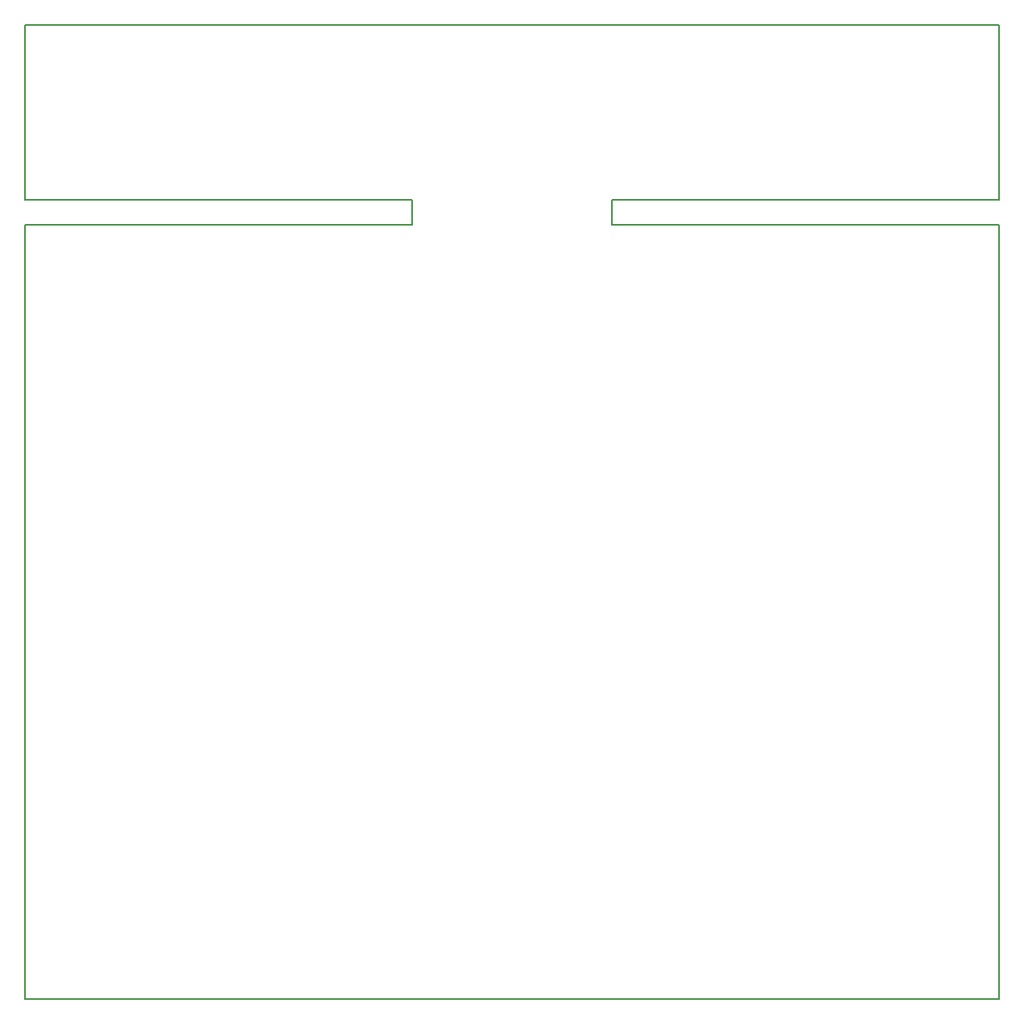
<source format=gm1>
%TF.GenerationSoftware,KiCad,Pcbnew,4.0.2+e4-6225~38~ubuntu14.04.1-stable*%
%TF.CreationDate,2016-06-25T18:59:24+02:00*%
%TF.ProjectId,hclock,68636C6F636B2E6B696361645F706362,0.1*%
%TF.FileFunction,Profile,NP*%
%FSLAX46Y46*%
G04 Gerber Fmt 4.6, Leading zero omitted, Abs format (unit mm)*
G04 Created by KiCad (PCBNEW 4.0.2+e4-6225~38~ubuntu14.04.1-stable) date sam. 25 juin 2016 18:59:24 CEST*
%MOMM*%
G01*
G04 APERTURE LIST*
%ADD10C,0.100000*%
%ADD11C,0.150000*%
G04 APERTURE END LIST*
D10*
D11*
X92075000Y-133985000D02*
X92075000Y-135255000D01*
X92075000Y-56515000D02*
X92075000Y-133985000D01*
X92075000Y-36195000D02*
X92075000Y-53975000D01*
X131445000Y-56515000D02*
X92075000Y-56515000D01*
X131445000Y-53975000D02*
X131445000Y-56515000D01*
X92075000Y-53975000D02*
X131445000Y-53975000D01*
X191135000Y-40005000D02*
X191135000Y-36195000D01*
X191135000Y-50165000D02*
X191135000Y-40005000D01*
X191135000Y-53975000D02*
X191135000Y-50165000D01*
X191135000Y-135255000D02*
X191135000Y-56515000D01*
X151765000Y-53975000D02*
X191135000Y-53975000D01*
X151765000Y-56515000D02*
X191135000Y-56515000D01*
X151765000Y-53975000D02*
X151765000Y-56515000D01*
X92075000Y-36195000D02*
X191135000Y-36195000D01*
X191135000Y-135255000D02*
X92075000Y-135255000D01*
M02*

</source>
